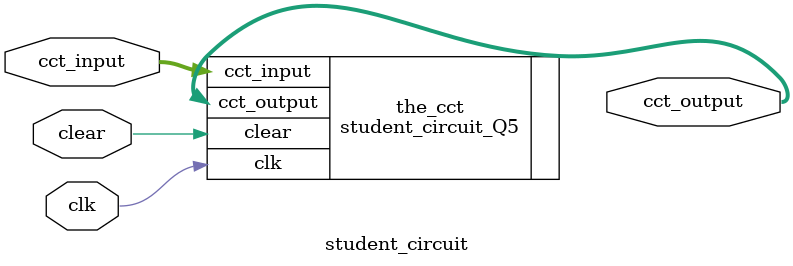
<source format=v>
module student_circuit (
          input clk, clear,
          input [7:0] cct_input,
          output [7:0] cct_output  // for the answers
			 );


// student_circuit_Q1 the_cct(			 
// student_circuit_Q2 the_cct(			 
// student_circuit_Q3A the_cct(	
// student_circuit_Q3B the_cct(		 
// student_circuit_Q4 the_cct(	
 student_circuit_Q5 the_cct(			 
          .clk(clk), .clear(clear),
          .cct_input(cct_input),
          .cct_output(cct_output) );
  
  
endmodule
</source>
